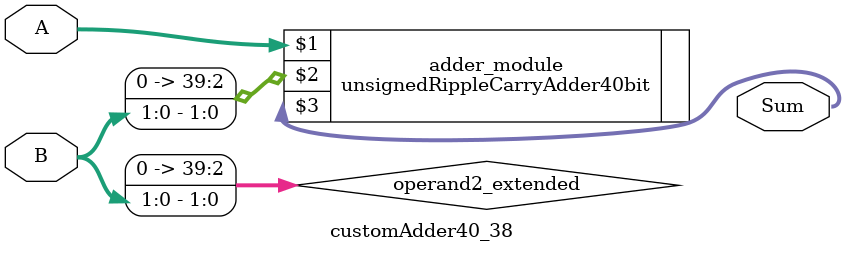
<source format=v>
module customAdder40_38(
                        input [39 : 0] A,
                        input [1 : 0] B,
                        
                        output [40 : 0] Sum
                );

        wire [39 : 0] operand2_extended;
        
        assign operand2_extended =  {38'b0, B};
        
        unsignedRippleCarryAdder40bit adder_module(
            A,
            operand2_extended,
            Sum
        );
        
        endmodule
        
</source>
